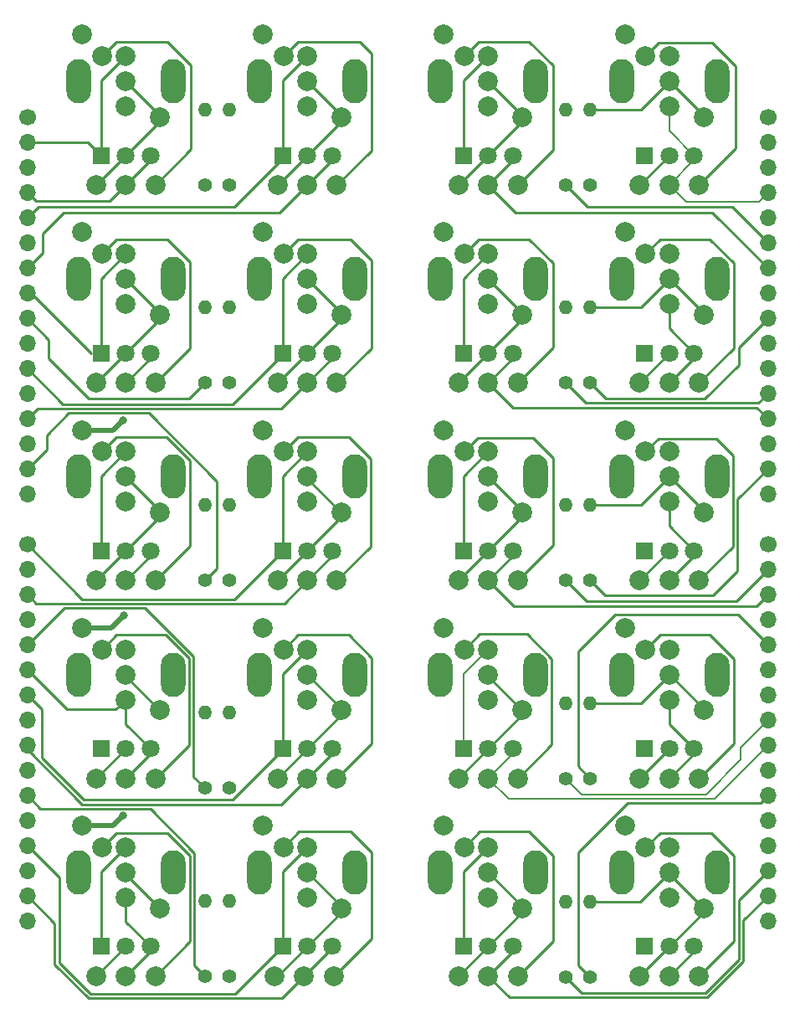
<source format=gtl>
G04 #@! TF.GenerationSoftware,KiCad,Pcbnew,(6.0.11-0)*
G04 #@! TF.CreationDate,2023-03-26T21:42:55+01:00*
G04 #@! TF.ProjectId,ioboard,696f626f-6172-4642-9e6b-696361645f70,rev?*
G04 #@! TF.SameCoordinates,Original*
G04 #@! TF.FileFunction,Copper,L1,Top*
G04 #@! TF.FilePolarity,Positive*
%FSLAX46Y46*%
G04 Gerber Fmt 4.6, Leading zero omitted, Abs format (unit mm)*
G04 Created by KiCad (PCBNEW (6.0.11-0)) date 2023-03-26 21:42:55*
%MOMM*%
%LPD*%
G01*
G04 APERTURE LIST*
G04 #@! TA.AperFunction,ComponentPad*
%ADD10O,2.500000X4.500000*%
G04 #@! TD*
G04 #@! TA.AperFunction,ComponentPad*
%ADD11R,1.800000X1.800000*%
G04 #@! TD*
G04 #@! TA.AperFunction,ComponentPad*
%ADD12C,1.800000*%
G04 #@! TD*
G04 #@! TA.AperFunction,ComponentPad*
%ADD13C,2.000000*%
G04 #@! TD*
G04 #@! TA.AperFunction,ComponentPad*
%ADD14C,1.400000*%
G04 #@! TD*
G04 #@! TA.AperFunction,ComponentPad*
%ADD15O,1.400000X1.400000*%
G04 #@! TD*
G04 #@! TA.AperFunction,ComponentPad*
%ADD16C,1.700000*%
G04 #@! TD*
G04 #@! TA.AperFunction,ComponentPad*
%ADD17O,1.700000X1.700000*%
G04 #@! TD*
G04 #@! TA.AperFunction,ViaPad*
%ADD18C,0.800000*%
G04 #@! TD*
G04 #@! TA.AperFunction,Conductor*
%ADD19C,0.500000*%
G04 #@! TD*
G04 #@! TA.AperFunction,Conductor*
%ADD20C,0.250000*%
G04 #@! TD*
G04 #@! TA.AperFunction,Conductor*
%ADD21C,0.200000*%
G04 #@! TD*
G04 APERTURE END LIST*
D10*
X26050000Y-46500000D03*
X35650000Y-46500000D03*
D11*
X28350000Y-54000000D03*
D12*
X30850000Y-54000000D03*
X33350000Y-54000000D03*
D13*
X12500000Y-97000000D03*
X33850000Y-37000000D03*
X30850000Y-43960000D03*
X30850000Y-46500000D03*
X30850000Y-49040000D03*
D10*
X44350000Y-86500000D03*
X53950000Y-86500000D03*
D11*
X46650000Y-94000000D03*
D12*
X49150000Y-94000000D03*
X51650000Y-94000000D03*
D13*
X67500000Y-97000000D03*
D10*
X7700000Y-46500000D03*
X17300000Y-46500000D03*
D11*
X10000000Y-54000000D03*
D12*
X12500000Y-54000000D03*
X15000000Y-54000000D03*
D14*
X57000000Y-97100000D03*
D15*
X57000000Y-89480000D03*
D10*
X62700000Y-6500000D03*
X72300000Y-6500000D03*
D11*
X65000000Y-14000000D03*
D12*
X67500000Y-14000000D03*
X70000000Y-14000000D03*
D13*
X30850000Y-17000000D03*
X67500000Y-23960000D03*
X67500000Y-26500000D03*
X67500000Y-29040000D03*
X67500000Y-63960000D03*
X67500000Y-66500000D03*
X67500000Y-69040000D03*
X9500000Y-97000000D03*
X9500000Y-57000000D03*
X12500000Y-23960000D03*
X12500000Y-26500000D03*
X12500000Y-29040000D03*
X67500000Y-43960000D03*
X67500000Y-46500000D03*
X67500000Y-49040000D03*
D10*
X17300000Y-26500000D03*
X7700000Y-26500000D03*
D11*
X10000000Y-34000000D03*
D12*
X12500000Y-34000000D03*
X15000000Y-34000000D03*
D13*
X67500000Y-17000000D03*
X30850000Y-77000000D03*
D14*
X59500000Y-97100000D03*
D15*
X59500000Y-89480000D03*
D13*
X27520000Y-97000000D03*
X27850000Y-37000000D03*
X64500000Y-17000000D03*
X12500000Y-63960000D03*
X12500000Y-66500000D03*
X12500000Y-69040000D03*
D14*
X20500000Y-78000000D03*
D15*
X20500000Y-70380000D03*
D10*
X7700000Y-66500000D03*
X17300000Y-66500000D03*
D11*
X10000000Y-74000000D03*
D12*
X12500000Y-74000000D03*
X15000000Y-74000000D03*
D13*
X70500000Y-77000000D03*
D10*
X35650000Y-26500000D03*
X26050000Y-26500000D03*
D11*
X28350000Y-34000000D03*
D12*
X30850000Y-34000000D03*
X33350000Y-34000000D03*
D10*
X7700000Y-86500000D03*
X17300000Y-86500000D03*
D11*
X10000000Y-94000000D03*
D12*
X12500000Y-94000000D03*
X15000000Y-94000000D03*
D10*
X35650000Y-66500000D03*
X26050000Y-66500000D03*
D11*
X28350000Y-74000000D03*
D12*
X30850000Y-74000000D03*
X33350000Y-74000000D03*
D14*
X59500000Y-17000000D03*
D15*
X59500000Y-9380000D03*
D14*
X23000000Y-37000000D03*
D15*
X23000000Y-29380000D03*
D13*
X33520000Y-97000000D03*
X52150000Y-77000000D03*
D14*
X57000000Y-77000000D03*
D15*
X57000000Y-69380000D03*
D13*
X67500000Y-83960000D03*
X67500000Y-86500000D03*
X67500000Y-89040000D03*
D14*
X20500000Y-57000000D03*
D15*
X20500000Y-49380000D03*
D13*
X49150000Y-97000000D03*
X9500000Y-17000000D03*
X44679812Y-21781164D03*
X52588607Y-30129874D03*
X46742975Y-23959088D03*
X49150000Y-3960000D03*
X49150000Y-6500000D03*
X49150000Y-9040000D03*
X44679812Y-61781164D03*
X52588607Y-70129874D03*
X46742975Y-63959088D03*
D14*
X20500000Y-37000000D03*
D15*
X20500000Y-29380000D03*
D13*
X30850000Y-37000000D03*
X46150000Y-57000000D03*
X30850000Y-3960000D03*
X30850000Y-6500000D03*
X30850000Y-9040000D03*
X8029812Y-61781164D03*
X15938607Y-70129874D03*
X10092975Y-63959088D03*
X52150000Y-17000000D03*
X46150000Y-77000000D03*
X8029812Y-21781164D03*
X15938607Y-30129874D03*
X10092975Y-23959088D03*
X46150000Y-97000000D03*
D14*
X23000000Y-57000000D03*
D15*
X23000000Y-49380000D03*
D14*
X23000000Y-78000000D03*
D15*
X23000000Y-70380000D03*
D10*
X72300000Y-46500000D03*
X62700000Y-46500000D03*
D11*
X65000000Y-54000000D03*
D12*
X67500000Y-54000000D03*
X70000000Y-54000000D03*
D13*
X9500000Y-37000000D03*
X70500000Y-37000000D03*
X44679812Y-1781164D03*
X52588607Y-10129874D03*
X46742975Y-3959088D03*
X12500000Y-37000000D03*
X27850000Y-77000000D03*
X67500000Y-77000000D03*
D14*
X23000000Y-97000000D03*
D15*
X23000000Y-89380000D03*
D10*
X44350000Y-26500000D03*
X53950000Y-26500000D03*
D11*
X46650000Y-34000000D03*
D12*
X49150000Y-34000000D03*
X51650000Y-34000000D03*
D13*
X52150000Y-57000000D03*
X46150000Y-37000000D03*
D10*
X62700000Y-66500000D03*
X72300000Y-66500000D03*
D11*
X65000000Y-74000000D03*
D12*
X67500000Y-74000000D03*
X70000000Y-74000000D03*
D13*
X67500000Y-57000000D03*
X44679812Y-81781164D03*
X52588607Y-90129874D03*
X46742975Y-83959088D03*
X70500000Y-97000000D03*
X12500000Y-3960000D03*
X12500000Y-6500000D03*
X12500000Y-9040000D03*
X33850000Y-77000000D03*
X15500000Y-77000000D03*
X49150000Y-57000000D03*
X63029812Y-81781164D03*
X70938607Y-90129874D03*
X65092975Y-83959088D03*
X8029812Y-1781164D03*
X15938607Y-10129874D03*
X10092975Y-3959088D03*
X9500000Y-77000000D03*
X27850000Y-57000000D03*
X70500000Y-57000000D03*
X46150000Y-17000000D03*
X63029812Y-21781164D03*
X70938607Y-30129874D03*
X65092975Y-23959088D03*
X63029812Y-61781164D03*
X70938607Y-70129874D03*
X65092975Y-63959088D03*
X30850000Y-57000000D03*
X63029812Y-1781164D03*
X70938607Y-10129874D03*
X65092975Y-3959088D03*
X26379812Y-21781164D03*
X34288607Y-30129874D03*
X28442975Y-23959088D03*
D10*
X35650000Y-86500000D03*
X26050000Y-86500000D03*
D11*
X28350000Y-94000000D03*
D12*
X30850000Y-94000000D03*
X33350000Y-94000000D03*
D13*
X63029812Y-41781164D03*
X70938607Y-50129874D03*
X65092975Y-43959088D03*
D14*
X57000000Y-57000000D03*
D15*
X57000000Y-49380000D03*
D13*
X49150000Y-63960000D03*
X49150000Y-66500000D03*
X49150000Y-69040000D03*
X26379812Y-81781164D03*
X34288607Y-90129874D03*
X28442975Y-83959088D03*
D14*
X23000000Y-17000000D03*
D15*
X23000000Y-9380000D03*
D13*
X49150000Y-83960000D03*
X49150000Y-86500000D03*
X49150000Y-89040000D03*
X49150000Y-17000000D03*
D10*
X62700000Y-86500000D03*
X72300000Y-86500000D03*
D11*
X65000000Y-94000000D03*
D12*
X67500000Y-94000000D03*
X70000000Y-94000000D03*
D13*
X12500000Y-77000000D03*
X27850000Y-17000000D03*
X49150000Y-37000000D03*
D14*
X59500000Y-57000000D03*
D15*
X59500000Y-49380000D03*
D13*
X33850000Y-57000000D03*
X26379812Y-41781164D03*
X34288607Y-50129874D03*
X28442975Y-43959088D03*
X33850000Y-17000000D03*
X12500000Y-83960000D03*
X12500000Y-86500000D03*
X12500000Y-89040000D03*
D14*
X57000000Y-37000000D03*
D15*
X57000000Y-29380000D03*
D13*
X12500000Y-57000000D03*
D14*
X20500000Y-97000000D03*
D15*
X20500000Y-89380000D03*
D13*
X12500000Y-17000000D03*
X8029812Y-41781164D03*
X15938607Y-50129874D03*
X10092975Y-43959088D03*
D14*
X20500000Y-17000000D03*
D15*
X20500000Y-9380000D03*
D10*
X26050000Y-6500000D03*
X35650000Y-6500000D03*
D11*
X28350000Y-14000000D03*
D12*
X30850000Y-14000000D03*
X33350000Y-14000000D03*
D13*
X30850000Y-83960000D03*
X30850000Y-86500000D03*
X30850000Y-89040000D03*
X64500000Y-97000000D03*
X52150000Y-97000000D03*
X52150000Y-37000000D03*
X15500000Y-97000000D03*
X15500000Y-37000000D03*
D10*
X53950000Y-6500000D03*
X44350000Y-6500000D03*
D11*
X46650000Y-14000000D03*
D12*
X49150000Y-14000000D03*
X51650000Y-14000000D03*
D13*
X12500000Y-43960000D03*
X12500000Y-46500000D03*
X12500000Y-49040000D03*
X8029812Y-81781164D03*
X15938607Y-90129874D03*
X10092975Y-83959088D03*
D10*
X44350000Y-46500000D03*
X53950000Y-46500000D03*
D11*
X46650000Y-54000000D03*
D12*
X49150000Y-54000000D03*
X51650000Y-54000000D03*
D13*
X49150000Y-77000000D03*
X49150000Y-43960000D03*
X49150000Y-46500000D03*
X49150000Y-49040000D03*
X64500000Y-77000000D03*
X64500000Y-57000000D03*
X26379812Y-1781164D03*
X34288607Y-10129874D03*
X28442975Y-3959088D03*
X49150000Y-23960000D03*
X49150000Y-26500000D03*
X49150000Y-29040000D03*
X70500000Y-17000000D03*
D14*
X59500000Y-77000000D03*
D15*
X59500000Y-69380000D03*
D13*
X67500000Y-3960000D03*
X67500000Y-6500000D03*
X67500000Y-9040000D03*
D10*
X7700000Y-6500000D03*
X17300000Y-6500000D03*
D11*
X10000000Y-14000000D03*
D12*
X12500000Y-14000000D03*
X15000000Y-14000000D03*
D14*
X57000000Y-17000000D03*
D15*
X57000000Y-9380000D03*
D13*
X30850000Y-63960000D03*
X30850000Y-66500000D03*
X30850000Y-69040000D03*
X15500000Y-57000000D03*
D10*
X53950000Y-66500000D03*
X44350000Y-66500000D03*
D11*
X46650000Y-74000000D03*
D12*
X49150000Y-74000000D03*
X51650000Y-74000000D03*
D13*
X15500000Y-17000000D03*
X30520000Y-97000000D03*
X64500000Y-37000000D03*
X67500000Y-37000000D03*
D14*
X59500000Y-37000000D03*
D15*
X59500000Y-29380000D03*
D13*
X30850000Y-23960000D03*
X30850000Y-26500000D03*
X30850000Y-29040000D03*
D10*
X62700000Y-26500000D03*
X72300000Y-26500000D03*
D11*
X65000000Y-34000000D03*
D12*
X67500000Y-34000000D03*
X70000000Y-34000000D03*
D13*
X26379812Y-61781164D03*
X34288607Y-70129874D03*
X28442975Y-63959088D03*
X44679812Y-41781164D03*
X52588607Y-50129874D03*
X46742975Y-43959088D03*
D16*
X2540000Y-53340000D03*
D17*
X2540000Y-55880000D03*
X2540000Y-58420000D03*
X2540000Y-60960000D03*
X2540000Y-63500000D03*
X2540000Y-66040000D03*
X2540000Y-68580000D03*
X2540000Y-71120000D03*
X2540000Y-73660000D03*
X2540000Y-76200000D03*
X2540000Y-78740000D03*
X2540000Y-81280000D03*
X2540000Y-83820000D03*
X2540000Y-86360000D03*
X2540000Y-88900000D03*
X2540000Y-91440000D03*
D16*
X77460000Y-53340000D03*
D17*
X77460000Y-55880000D03*
X77460000Y-58420000D03*
X77460000Y-60960000D03*
X77460000Y-63500000D03*
X77460000Y-66040000D03*
X77460000Y-68580000D03*
X77460000Y-71120000D03*
X77460000Y-73660000D03*
X77460000Y-76200000D03*
X77460000Y-78740000D03*
X77460000Y-81280000D03*
X77460000Y-83820000D03*
X77460000Y-86360000D03*
X77460000Y-88900000D03*
X77460000Y-91440000D03*
D16*
X77460000Y-10160000D03*
D17*
X77460000Y-12700000D03*
X77460000Y-15240000D03*
X77460000Y-17780000D03*
X77460000Y-20320000D03*
X77460000Y-22860000D03*
X77460000Y-25400000D03*
X77460000Y-27940000D03*
X77460000Y-30480000D03*
X77460000Y-33020000D03*
X77460000Y-35560000D03*
X77460000Y-38100000D03*
X77460000Y-40640000D03*
X77460000Y-43180000D03*
X77460000Y-45720000D03*
X77460000Y-48260000D03*
D16*
X2540000Y-10160000D03*
D17*
X2540000Y-12700000D03*
X2540000Y-15240000D03*
X2540000Y-17780000D03*
X2540000Y-20320000D03*
X2540000Y-22860000D03*
X2540000Y-25400000D03*
X2540000Y-27940000D03*
X2540000Y-30480000D03*
X2540000Y-33020000D03*
X2540000Y-35560000D03*
X2540000Y-38100000D03*
X2540000Y-40640000D03*
X2540000Y-43180000D03*
X2540000Y-45720000D03*
X2540000Y-48260000D03*
D18*
X12218835Y-40800000D03*
X12200000Y-80800000D03*
X12300000Y-60500000D03*
D19*
X11237671Y-41781164D02*
X12218835Y-40800000D01*
X8029812Y-41781164D02*
X11237671Y-41781164D01*
X8029812Y-81781164D02*
X11218836Y-81781164D01*
X11018836Y-61781164D02*
X12300000Y-60500000D01*
X11218836Y-81781164D02*
X12200000Y-80800000D01*
X8029812Y-61781164D02*
X11018836Y-61781164D01*
D20*
X11552063Y-2500000D02*
X10092975Y-3959088D01*
X15500000Y-17000000D02*
X19100000Y-13400000D01*
X16700000Y-2500000D02*
X11552063Y-2500000D01*
X19100000Y-13400000D02*
X19100000Y-4900000D01*
X19100000Y-4900000D02*
X16700000Y-2500000D01*
X10000000Y-14000000D02*
X10000000Y-6460000D01*
X8700000Y-12700000D02*
X2540000Y-12700000D01*
X10000000Y-6460000D02*
X12500000Y-3960000D01*
X10000000Y-14000000D02*
X8700000Y-12700000D01*
X3390000Y-18630000D02*
X10870000Y-18630000D01*
X15000000Y-14500000D02*
X15000000Y-14000000D01*
X12500000Y-17000000D02*
X15000000Y-14500000D01*
X2540000Y-17780000D02*
X3390000Y-18630000D01*
X10870000Y-18630000D02*
X12500000Y-17000000D01*
X15938607Y-10561393D02*
X15938607Y-10129874D01*
X9500000Y-17000000D02*
X12500000Y-14000000D01*
X12500000Y-6500000D02*
X15938607Y-9938607D01*
X15938607Y-9938607D02*
X15938607Y-10129874D01*
X12500000Y-14000000D02*
X15938607Y-10561393D01*
X15938607Y-30561393D02*
X15938607Y-30129874D01*
X12500000Y-34000000D02*
X15938607Y-30561393D01*
X15938607Y-29938607D02*
X15938607Y-30129874D01*
X9500000Y-37000000D02*
X12500000Y-34000000D01*
X12500000Y-26500000D02*
X15938607Y-29938607D01*
X19000000Y-24800000D02*
X19000000Y-33500000D01*
X16700000Y-22500000D02*
X19000000Y-24800000D01*
X19000000Y-33500000D02*
X15500000Y-37000000D01*
X11552063Y-22500000D02*
X16700000Y-22500000D01*
X10092975Y-23959088D02*
X11552063Y-22500000D01*
X15938607Y-50561393D02*
X15938607Y-50129874D01*
X9500000Y-57000000D02*
X12500000Y-54000000D01*
X15938607Y-49938607D02*
X15938607Y-50129874D01*
X12500000Y-54000000D02*
X15938607Y-50561393D01*
X12500000Y-46500000D02*
X15938607Y-49938607D01*
X10092975Y-43959088D02*
X11546398Y-42505665D01*
X11546398Y-42505665D02*
X16605665Y-42505665D01*
X19000000Y-53500000D02*
X15500000Y-57000000D01*
X19000000Y-44900000D02*
X19000000Y-53500000D01*
X16605665Y-42505665D02*
X19000000Y-44900000D01*
X15938607Y-70129874D02*
X12500000Y-66691267D01*
X9500000Y-77000000D02*
X12500000Y-74000000D01*
X12500000Y-66691267D02*
X12500000Y-66500000D01*
X11552063Y-62500000D02*
X16527386Y-62500000D01*
X18875000Y-73625000D02*
X15500000Y-77000000D01*
X10092975Y-63959088D02*
X11552063Y-62500000D01*
X16527386Y-62500000D02*
X18875000Y-64847614D01*
X18875000Y-64847614D02*
X18875000Y-73625000D01*
X15938607Y-90129874D02*
X12500000Y-86691267D01*
X9500000Y-97000000D02*
X12500000Y-94000000D01*
X12500000Y-86691267D02*
X12500000Y-86500000D01*
X19000000Y-84800000D02*
X19000000Y-93500000D01*
X19000000Y-93500000D02*
X15500000Y-97000000D01*
X11552063Y-82500000D02*
X16700000Y-82500000D01*
X10092975Y-83959088D02*
X11552063Y-82500000D01*
X16700000Y-82500000D02*
X19000000Y-84800000D01*
X27850000Y-77000000D02*
X30850000Y-74000000D01*
X34288607Y-70561393D02*
X34288607Y-70129874D01*
X34288607Y-69938607D02*
X34288607Y-70129874D01*
X30850000Y-66500000D02*
X34288607Y-69938607D01*
X30850000Y-74000000D02*
X34288607Y-70561393D01*
X29902063Y-62500000D02*
X35050000Y-62500000D01*
X37350000Y-64800000D02*
X37350000Y-73500000D01*
X28442975Y-63959088D02*
X29902063Y-62500000D01*
X35050000Y-62500000D02*
X37350000Y-64800000D01*
X37350000Y-73500000D02*
X33850000Y-77000000D01*
X27520000Y-97000000D02*
X27850000Y-97000000D01*
X34288607Y-90561393D02*
X34288607Y-90129874D01*
X30850000Y-94000000D02*
X34288607Y-90561393D01*
X27850000Y-97000000D02*
X30850000Y-94000000D01*
X34288607Y-89938607D02*
X34288607Y-90129874D01*
X30850000Y-86500000D02*
X34288607Y-89938607D01*
X37350000Y-84500000D02*
X37350000Y-93170000D01*
X37350000Y-93170000D02*
X33520000Y-97000000D01*
X35250000Y-82400000D02*
X37350000Y-84500000D01*
X30002063Y-82400000D02*
X35250000Y-82400000D01*
X28442975Y-83959088D02*
X30002063Y-82400000D01*
X34288607Y-9938607D02*
X34288607Y-10129874D01*
X27850000Y-17000000D02*
X30850000Y-14000000D01*
X30850000Y-14000000D02*
X34288607Y-10561393D01*
X30850000Y-6500000D02*
X34288607Y-9938607D01*
X34288607Y-10561393D02*
X34288607Y-10129874D01*
X37350000Y-3700000D02*
X37350000Y-13500000D01*
X36150000Y-2500000D02*
X37350000Y-3700000D01*
X29902063Y-2500000D02*
X36150000Y-2500000D01*
X37350000Y-13500000D02*
X33850000Y-17000000D01*
X28442975Y-3959088D02*
X29902063Y-2500000D01*
X10000000Y-86460000D02*
X12500000Y-83960000D01*
X10000000Y-94000000D02*
X10000000Y-86460000D01*
X3875500Y-80075500D02*
X14975500Y-80075500D01*
X14975500Y-80075500D02*
X19449501Y-84549501D01*
X2540000Y-78740000D02*
X3875500Y-80075500D01*
X19449501Y-84549501D02*
X19449501Y-95949501D01*
X19449501Y-95949501D02*
X20500000Y-97000000D01*
X12500000Y-97000000D02*
X15000000Y-94500000D01*
X12500000Y-89040000D02*
X12500000Y-91500000D01*
X12500000Y-91500000D02*
X15000000Y-94000000D01*
X15000000Y-94500000D02*
X15000000Y-94000000D01*
X10000000Y-26460000D02*
X12500000Y-23960000D01*
X2940000Y-27940000D02*
X2540000Y-27940000D01*
X10000000Y-34000000D02*
X10000000Y-26460000D01*
X9000000Y-34000000D02*
X2940000Y-27940000D01*
X4700000Y-34500000D02*
X8775499Y-38575499D01*
X4700000Y-32640000D02*
X4700000Y-34500000D01*
X2540000Y-30480000D02*
X4700000Y-32640000D01*
X18924501Y-38575499D02*
X20500000Y-37000000D01*
X8775499Y-38575499D02*
X18924501Y-38575499D01*
X15000000Y-34500000D02*
X15000000Y-34000000D01*
X12500000Y-37000000D02*
X15000000Y-34500000D01*
X2540000Y-20320000D02*
X3660000Y-19200000D01*
X28350000Y-14000000D02*
X28350000Y-6460000D01*
X28350000Y-14300000D02*
X28350000Y-14000000D01*
X28350000Y-6460000D02*
X30850000Y-3960000D01*
X23450000Y-19200000D02*
X28350000Y-14300000D01*
X3660000Y-19200000D02*
X23450000Y-19200000D01*
X4100000Y-23840000D02*
X4100000Y-21900000D01*
X33350000Y-14500000D02*
X33350000Y-14000000D01*
X30850000Y-17000000D02*
X33350000Y-14500000D01*
X2540000Y-25400000D02*
X4100000Y-23840000D01*
X4100000Y-21900000D02*
X6200000Y-19800000D01*
X6200000Y-19800000D02*
X28050000Y-19800000D01*
X28050000Y-19800000D02*
X30850000Y-17000000D01*
X10000000Y-46460000D02*
X12500000Y-43960000D01*
X10000000Y-54000000D02*
X10000000Y-46460000D01*
X6724500Y-40075500D02*
X4500000Y-42300000D01*
X4500000Y-42300000D02*
X4500000Y-43760000D01*
X4500000Y-43760000D02*
X2540000Y-45720000D01*
X14811190Y-40075500D02*
X6724500Y-40075500D01*
X20500000Y-57000000D02*
X21700000Y-55800000D01*
X21700000Y-46964310D02*
X14811190Y-40075500D01*
X21700000Y-55800000D02*
X21700000Y-46964310D01*
X15000000Y-54500000D02*
X15000000Y-54000000D01*
X12500000Y-57000000D02*
X15000000Y-54500000D01*
X28350000Y-26460000D02*
X30850000Y-23960000D01*
X28500000Y-34000000D02*
X23323502Y-39176498D01*
X23323502Y-39176498D02*
X6156498Y-39176498D01*
X6156498Y-39176498D02*
X2540000Y-35560000D01*
X28350000Y-34000000D02*
X28350000Y-26460000D01*
X30850000Y-37000000D02*
X33350000Y-34500000D01*
X2540000Y-40640000D02*
X3554001Y-39625999D01*
X28224001Y-39625999D02*
X30850000Y-37000000D01*
X3554001Y-39625999D02*
X28224001Y-39625999D01*
X33350000Y-34500000D02*
X33350000Y-34000000D01*
X14438576Y-59775500D02*
X6264500Y-59775500D01*
X19324501Y-76824501D02*
X19324501Y-64661425D01*
X19324501Y-64661425D02*
X14438576Y-59775500D01*
X20500000Y-78000000D02*
X19324501Y-76824501D01*
X6264500Y-59775500D02*
X2540000Y-63500000D01*
X2540000Y-66040000D02*
X6540000Y-70040000D01*
X6540000Y-70040000D02*
X11500000Y-70040000D01*
X15000000Y-74500000D02*
X15000000Y-74000000D01*
X15000000Y-74000000D02*
X12500000Y-71500000D01*
X11500000Y-70040000D02*
X12500000Y-69040000D01*
X12500000Y-77000000D02*
X15000000Y-74500000D01*
X12500000Y-71500000D02*
X12500000Y-69040000D01*
X2540000Y-53340000D02*
X8076498Y-58876498D01*
X28350000Y-54000000D02*
X28350000Y-46460000D01*
X23473502Y-58876498D02*
X28350000Y-54000000D01*
X8076498Y-58876498D02*
X23473502Y-58876498D01*
X28350000Y-46460000D02*
X30850000Y-43960000D01*
X33350000Y-54500000D02*
X33350000Y-54000000D01*
X3445999Y-59325999D02*
X28524001Y-59325999D01*
X28524001Y-59325999D02*
X30850000Y-57000000D01*
X30850000Y-57000000D02*
X33350000Y-54500000D01*
X2540000Y-58420000D02*
X3445999Y-59325999D01*
X27850000Y-37000000D02*
X30850000Y-34000000D01*
X34288607Y-29938607D02*
X34288607Y-30129874D01*
X34288607Y-30561393D02*
X34288607Y-30129874D01*
X30850000Y-26500000D02*
X34288607Y-29938607D01*
X30850000Y-34000000D02*
X34288607Y-30561393D01*
X35250000Y-22500000D02*
X29902063Y-22500000D01*
X29902063Y-22500000D02*
X28442975Y-23959088D01*
X33850000Y-37000000D02*
X37350000Y-33500000D01*
X37350000Y-24600000D02*
X35250000Y-22500000D01*
X37350000Y-33500000D02*
X37350000Y-24600000D01*
X30850000Y-54000000D02*
X34288607Y-50561393D01*
X27850000Y-57000000D02*
X30850000Y-54000000D01*
X34288607Y-50561393D02*
X34288607Y-50129874D01*
X30850000Y-46691267D02*
X30850000Y-46500000D01*
X34288607Y-50129874D02*
X30850000Y-46691267D01*
X37250000Y-53600000D02*
X33850000Y-57000000D01*
X37250000Y-44700000D02*
X37250000Y-53600000D01*
X35050000Y-42500000D02*
X37250000Y-44700000D01*
X29902063Y-42500000D02*
X35050000Y-42500000D01*
X28442975Y-43959088D02*
X29902063Y-42500000D01*
X4000000Y-74900000D02*
X4000000Y-70040000D01*
X8276498Y-79176498D02*
X4000000Y-74900000D01*
X28350000Y-66460000D02*
X30850000Y-63960000D01*
X28350000Y-74000000D02*
X28350000Y-66460000D01*
X23323502Y-79176498D02*
X8276498Y-79176498D01*
X4000000Y-70040000D02*
X2540000Y-68580000D01*
X28500000Y-74000000D02*
X23323502Y-79176498D01*
X2540000Y-74075690D02*
X2540000Y-73660000D01*
X30850000Y-77000000D02*
X28224001Y-79625999D01*
X8090309Y-79625999D02*
X2540000Y-74075690D01*
X28224001Y-79625999D02*
X8090309Y-79625999D01*
X33350000Y-74500000D02*
X33350000Y-74000000D01*
X30850000Y-77000000D02*
X33350000Y-74500000D01*
X2540000Y-83820000D02*
X5749501Y-87029501D01*
X28350000Y-86460000D02*
X30850000Y-83960000D01*
X5749501Y-87029501D02*
X5749501Y-95649501D01*
X8900000Y-98800000D02*
X23550000Y-98800000D01*
X5749501Y-95649501D02*
X8900000Y-98800000D01*
X23550000Y-98800000D02*
X28350000Y-94000000D01*
X28350000Y-94000000D02*
X28350000Y-86460000D01*
X33350000Y-94170000D02*
X33350000Y-94000000D01*
X8713811Y-99249501D02*
X28270499Y-99249501D01*
X30520000Y-97000000D02*
X33350000Y-94170000D01*
X5300000Y-95835690D02*
X8713811Y-99249501D01*
X5300000Y-91660000D02*
X5300000Y-95835690D01*
X28270499Y-99249501D02*
X30520000Y-97000000D01*
X2540000Y-88900000D02*
X5300000Y-91660000D01*
X46150000Y-57000000D02*
X49150000Y-54000000D01*
X52588607Y-50561393D02*
X52588607Y-50129874D01*
X49150000Y-46500000D02*
X52588607Y-49938607D01*
X52588607Y-49938607D02*
X52588607Y-50129874D01*
X49150000Y-54000000D02*
X52588607Y-50561393D01*
X55700000Y-53450000D02*
X52150000Y-57000000D01*
X55700000Y-44600000D02*
X55700000Y-53450000D01*
X48102063Y-42600000D02*
X53700000Y-42600000D01*
X46742975Y-43959088D02*
X48102063Y-42600000D01*
X53700000Y-42600000D02*
X55700000Y-44600000D01*
X52588607Y-70129874D02*
X49150000Y-66691267D01*
X49150000Y-66691267D02*
X49150000Y-66500000D01*
X52588607Y-70561393D02*
X52588607Y-70129874D01*
X49150000Y-74000000D02*
X52588607Y-70561393D01*
X46150000Y-77000000D02*
X49150000Y-74000000D01*
X55600000Y-64900000D02*
X53100000Y-62400000D01*
X48302063Y-62400000D02*
X46742975Y-63959088D01*
X55600000Y-73550000D02*
X55600000Y-64900000D01*
X53100000Y-62400000D02*
X48302063Y-62400000D01*
X52150000Y-77000000D02*
X55600000Y-73550000D01*
X52588607Y-89938607D02*
X52588607Y-90129874D01*
X46150000Y-97000000D02*
X49150000Y-94000000D01*
X49150000Y-94000000D02*
X52588607Y-90561393D01*
X52588607Y-90561393D02*
X52588607Y-90129874D01*
X49150000Y-86500000D02*
X52588607Y-89938607D01*
X55700000Y-93450000D02*
X52150000Y-97000000D01*
X46742975Y-83959088D02*
X48302063Y-82400000D01*
X55700000Y-84800000D02*
X55700000Y-93450000D01*
X53300000Y-82400000D02*
X55700000Y-84800000D01*
X48302063Y-82400000D02*
X53300000Y-82400000D01*
X59500000Y-69380000D02*
X64620000Y-69380000D01*
X64620000Y-69380000D02*
X67500000Y-66500000D01*
X67500000Y-66500000D02*
X70938607Y-69938607D01*
X64500000Y-77000000D02*
X67500000Y-74000000D01*
X70938607Y-69938607D02*
X70938607Y-70129874D01*
X74000000Y-64900000D02*
X74000000Y-73500000D01*
X65092975Y-63959088D02*
X66552063Y-62500000D01*
X71600000Y-62500000D02*
X74000000Y-64900000D01*
X66552063Y-62500000D02*
X71600000Y-62500000D01*
X74000000Y-73500000D02*
X70500000Y-77000000D01*
X64520000Y-89480000D02*
X67500000Y-86500000D01*
X67500000Y-86691267D02*
X67500000Y-86500000D01*
X59500000Y-89480000D02*
X64520000Y-89480000D01*
X64500000Y-97000000D02*
X67500000Y-94000000D01*
X67500000Y-94000000D02*
X70938607Y-90561393D01*
X70938607Y-90561393D02*
X70938607Y-90129874D01*
X70938607Y-90129874D02*
X67500000Y-86691267D01*
X66552063Y-82500000D02*
X71700000Y-82500000D01*
X74000000Y-93500000D02*
X70500000Y-97000000D01*
X74000000Y-84800000D02*
X74000000Y-93500000D01*
X65092975Y-83959088D02*
X66552063Y-82500000D01*
X71700000Y-82500000D02*
X74000000Y-84800000D01*
X64500000Y-17000000D02*
X67500000Y-14000000D01*
X70938607Y-9938607D02*
X70938607Y-10129874D01*
X59500000Y-9380000D02*
X64620000Y-9380000D01*
X67500000Y-6500000D02*
X70938607Y-9938607D01*
X64620000Y-9380000D02*
X67500000Y-6500000D01*
X74200000Y-13300000D02*
X74200000Y-5000000D01*
X74200000Y-5000000D02*
X71835000Y-2635000D01*
X70500000Y-17000000D02*
X74200000Y-13300000D01*
X71835000Y-2635000D02*
X66417063Y-2635000D01*
X66417063Y-2635000D02*
X65092975Y-3959088D01*
X64500000Y-37000000D02*
X67500000Y-34000000D01*
X64620000Y-29380000D02*
X67500000Y-26500000D01*
X59500000Y-29380000D02*
X64620000Y-29380000D01*
X70938607Y-29938607D02*
X70938607Y-30129874D01*
X67500000Y-26500000D02*
X70938607Y-29938607D01*
X65092975Y-23959088D02*
X66552063Y-22500000D01*
X74000000Y-33500000D02*
X70500000Y-37000000D01*
X66552063Y-22500000D02*
X71600000Y-22500000D01*
X74000000Y-24900000D02*
X74000000Y-33500000D01*
X71600000Y-22500000D02*
X74000000Y-24900000D01*
X64500000Y-57000000D02*
X67500000Y-54000000D01*
X67500000Y-46500000D02*
X70938607Y-49938607D01*
X70938607Y-49938607D02*
X70938607Y-50129874D01*
X64620000Y-49380000D02*
X67500000Y-46500000D01*
X59500000Y-49380000D02*
X64620000Y-49380000D01*
X65092975Y-43959088D02*
X66417063Y-42635000D01*
X66417063Y-42635000D02*
X72235000Y-42635000D01*
X73950499Y-53549501D02*
X70500000Y-57000000D01*
X73950499Y-44350499D02*
X73950499Y-53549501D01*
X72235000Y-42635000D02*
X73950499Y-44350499D01*
X46650000Y-6460000D02*
X49150000Y-3960000D01*
X46650000Y-14000000D02*
X46650000Y-6460000D01*
X57000000Y-17000000D02*
X59224501Y-19224501D01*
X59224501Y-19224501D02*
X73824501Y-19224501D01*
X73824501Y-19224501D02*
X77460000Y-22860000D01*
X71860000Y-19800000D02*
X77460000Y-25400000D01*
X51650000Y-14500000D02*
X51650000Y-14000000D01*
X49150000Y-17000000D02*
X51950000Y-19800000D01*
X49150000Y-17000000D02*
X51650000Y-14500000D01*
X51950000Y-19800000D02*
X71860000Y-19800000D01*
D21*
X67500000Y-11500000D02*
X70000000Y-14000000D01*
X67500000Y-17000000D02*
X70000000Y-14500000D01*
X67500000Y-17000000D02*
X69200000Y-18700000D01*
X69200000Y-18700000D02*
X76540000Y-18700000D01*
X76540000Y-18700000D02*
X77460000Y-17780000D01*
X70000000Y-14500000D02*
X70000000Y-14000000D01*
X67500000Y-9040000D02*
X67500000Y-11500000D01*
D20*
X46650000Y-34000000D02*
X46650000Y-26460000D01*
X46650000Y-26460000D02*
X49150000Y-23960000D01*
X59050499Y-39050499D02*
X76509501Y-39050499D01*
X76509501Y-39050499D02*
X77460000Y-38100000D01*
X57000000Y-37000000D02*
X59050499Y-39050499D01*
X49150000Y-37000000D02*
X51650000Y-34500000D01*
X51650000Y-39500000D02*
X76320000Y-39500000D01*
X76320000Y-39500000D02*
X77460000Y-40640000D01*
X49150000Y-37000000D02*
X51650000Y-39500000D01*
X51650000Y-34500000D02*
X51650000Y-34000000D01*
X74500000Y-33440000D02*
X74500000Y-35200000D01*
X61100000Y-38600000D02*
X59500000Y-37000000D01*
X77460000Y-30480000D02*
X74500000Y-33440000D01*
X71100000Y-38600000D02*
X61100000Y-38600000D01*
X74500000Y-35200000D02*
X71100000Y-38600000D01*
X67500000Y-31500000D02*
X70000000Y-34000000D01*
X67500000Y-29040000D02*
X67500000Y-31500000D01*
X70000000Y-34500000D02*
X70000000Y-34000000D01*
X67500000Y-37000000D02*
X70000000Y-34500000D01*
X46650000Y-46460000D02*
X49150000Y-43960000D01*
X46650000Y-54000000D02*
X46650000Y-46460000D01*
X59100000Y-59100000D02*
X74240000Y-59100000D01*
X74240000Y-59100000D02*
X77460000Y-55880000D01*
X57000000Y-57000000D02*
X59100000Y-59100000D01*
X51750000Y-59600000D02*
X49150000Y-57000000D01*
X49150000Y-57000000D02*
X51650000Y-54500000D01*
X51650000Y-54500000D02*
X51650000Y-54000000D01*
X77460000Y-58420000D02*
X76280000Y-59600000D01*
X76280000Y-59600000D02*
X51750000Y-59600000D01*
X59500000Y-57000000D02*
X61000000Y-58500000D01*
X74400000Y-48780000D02*
X77460000Y-45720000D01*
X71900000Y-58500000D02*
X74400000Y-56000000D01*
X61000000Y-58500000D02*
X71900000Y-58500000D01*
X74400000Y-56000000D02*
X74400000Y-48780000D01*
X67500000Y-49040000D02*
X67500000Y-51500000D01*
X67500000Y-51500000D02*
X70000000Y-54000000D01*
X70000000Y-54500000D02*
X70000000Y-54000000D01*
X67500000Y-57000000D02*
X70000000Y-54500000D01*
D21*
X46650000Y-74000000D02*
X46650000Y-66460000D01*
X46650000Y-66460000D02*
X49150000Y-63960000D01*
X74700000Y-75100000D02*
X74700000Y-73900000D01*
X71200000Y-78600000D02*
X74700000Y-75100000D01*
X74700000Y-73900000D02*
X77460000Y-71140000D01*
X58600000Y-78600000D02*
X71200000Y-78600000D01*
X57000000Y-77000000D02*
X58600000Y-78600000D01*
X77460000Y-71140000D02*
X77460000Y-71120000D01*
X51225499Y-79075499D02*
X72044501Y-79075499D01*
X49150000Y-77000000D02*
X51650000Y-74500000D01*
X72044501Y-79075499D02*
X77460000Y-73660000D01*
X51650000Y-74500000D02*
X51650000Y-74000000D01*
X49150000Y-77000000D02*
X51225499Y-79075499D01*
D20*
X58300000Y-64200000D02*
X62043836Y-60456164D01*
X62043836Y-60456164D02*
X74416164Y-60456164D01*
X74416164Y-60456164D02*
X77460000Y-63500000D01*
X59500000Y-77000000D02*
X58300000Y-75800000D01*
X58300000Y-75800000D02*
X58300000Y-64200000D01*
X67500000Y-71500000D02*
X70000000Y-74000000D01*
X67500000Y-77000000D02*
X70000000Y-74500000D01*
X67500000Y-69040000D02*
X67500000Y-71500000D01*
X70000000Y-74500000D02*
X70000000Y-74000000D01*
X46650000Y-86460000D02*
X49150000Y-83960000D01*
X46650000Y-94000000D02*
X46650000Y-86460000D01*
X57000000Y-97100000D02*
X58600000Y-98700000D01*
X74550499Y-95313811D02*
X74550499Y-89269501D01*
X58600000Y-98700000D02*
X71164310Y-98700000D01*
X71164310Y-98700000D02*
X74550499Y-95313811D01*
X74550499Y-89269501D02*
X77460000Y-86360000D01*
X71350499Y-99149501D02*
X75000000Y-95500000D01*
X51299501Y-99149501D02*
X71350499Y-99149501D01*
X51650000Y-94500000D02*
X51650000Y-94000000D01*
X75000000Y-95500000D02*
X75000000Y-91360000D01*
X75000000Y-91360000D02*
X77460000Y-88900000D01*
X49150000Y-97000000D02*
X51299501Y-99149501D01*
X49150000Y-97000000D02*
X51650000Y-94500000D01*
X58300000Y-84500000D02*
X63300000Y-79500000D01*
X59500000Y-97100000D02*
X58300000Y-95900000D01*
X58300000Y-95900000D02*
X58300000Y-84500000D01*
X76700000Y-79500000D02*
X77460000Y-78740000D01*
X63300000Y-79500000D02*
X76700000Y-79500000D01*
X67500000Y-97000000D02*
X70000000Y-94500000D01*
X70000000Y-94500000D02*
X70000000Y-94000000D01*
X46150000Y-17000000D02*
X49150000Y-14000000D01*
X52588607Y-9938607D02*
X52588607Y-10129874D01*
X49150000Y-14000000D02*
X52588607Y-10561393D01*
X52588607Y-10561393D02*
X52588607Y-10129874D01*
X49150000Y-6500000D02*
X52588607Y-9938607D01*
X52150000Y-17000000D02*
X55700000Y-13450000D01*
X48202063Y-2500000D02*
X46742975Y-3959088D01*
X55700000Y-13450000D02*
X55700000Y-4900000D01*
X53300000Y-2500000D02*
X48202063Y-2500000D01*
X55700000Y-4900000D02*
X53300000Y-2500000D01*
X52588607Y-30561393D02*
X52588607Y-30129874D01*
X49150000Y-34000000D02*
X52588607Y-30561393D01*
X46150000Y-37000000D02*
X49150000Y-34000000D01*
X52588607Y-29938607D02*
X52588607Y-30129874D01*
X49150000Y-26500000D02*
X52588607Y-29938607D01*
X53300000Y-22500000D02*
X55700000Y-24900000D01*
X48202063Y-22500000D02*
X53300000Y-22500000D01*
X55700000Y-24900000D02*
X55700000Y-33450000D01*
X46742975Y-23959088D02*
X48202063Y-22500000D01*
X55700000Y-33450000D02*
X52150000Y-37000000D01*
M02*

</source>
